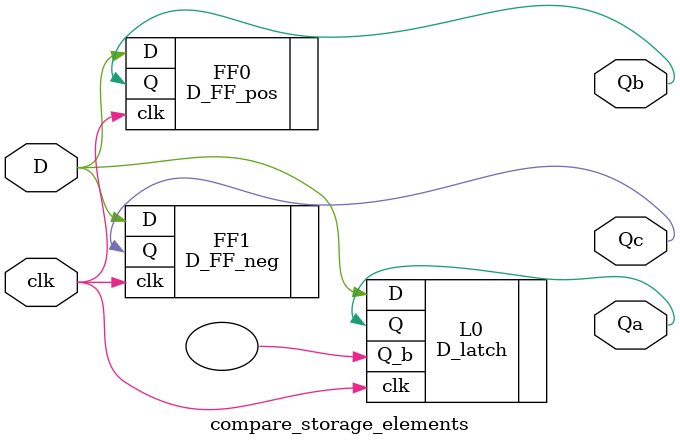
<source format=v>
`timescale 1ns / 1ps


module compare_storage_elements(
    input D, clk,
    output Qa, Qb, Qc
    );
    
    D_latch L0 (
        .D(D),
        .clk(clk),
        .Q(Qa),
        .Q_b()
    );
    
    D_FF_pos FF0 (
        .D(D),
        .clk(clk),
        .Q(Qb)
    );
    
    D_FF_neg FF1 (
        .D(D),
        .clk(clk),
        .Q(Qc)
    );
endmodule

</source>
